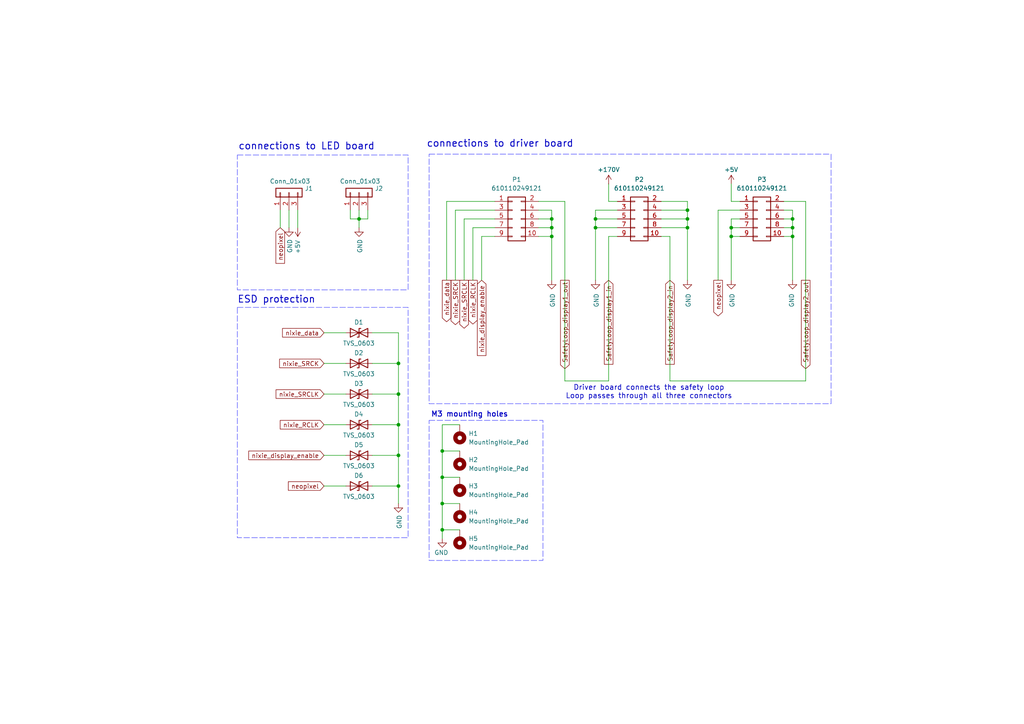
<source format=kicad_sch>
(kicad_sch (version 20250114) (generator "eeschema") (generator_version "9.0")
  (paper "A4")
  (title_block (title "Connectors") (date "2025-10-04") (rev "1") (company "Kadin Whiting"))
  (lib_symbols
    (symbol "Conn_01x03_1" (pin_names (offset 1.016) (hide yes))
      (property "Reference" "P1" (at 1.2122 -4.572 90))
      (property "Value" "Conn_01x03" (at 3.302 5.588 90))
      (symbol "Conn_01x03_1_1_1"
        (rectangle (start -1.27 3.81) (end 1.27 -3.81) (stroke (width 0.254)))
        (rectangle (start -1.27 2.667) (end 0 2.413) (stroke (width 0.1524)))
        (rectangle (start -1.27 0.127) (end 0 -0.127) (stroke (width 0.1524)))
        (rectangle (start -1.27 -2.413) (end 0 -2.667) (stroke (width 0.1524)))
        (pin passive line (at -5.08 2.54 0) (length 3.81) (name "Pin_1") (number "1"))
        (pin passive line (at -5.08 0 0) (length 3.81) (name "Pin_2") (number "2"))
        (pin passive line (at -5.08 -2.54 0) (length 3.81) (name "Pin_3") (number "3"))
      )
    )
    (symbol "Conn_02x05_Odd_Even_1" (pin_names (offset 1.016) (hide yes))
      (property "Reference" "J1" (at 1.27 11.43 0))
      (property "Value" "61301021021" (at 1.27 8.89 0))
      (symbol "Conn_02x05_Odd_Even_1_1_1"
        (rectangle (start -1.27 6.35) (end 3.81 -6.35) (stroke (width 0.254)))
        (rectangle (start -1.27 5.207) (end 0 4.953) (stroke (width 0.1524)))
        (rectangle (start -1.27 2.667) (end 0 2.413) (stroke (width 0.1524)))
        (rectangle (start -1.27 0.127) (end 0 -0.127) (stroke (width 0.1524)))
        (rectangle (start -1.27 -2.413) (end 0 -2.667) (stroke (width 0.1524)))
        (rectangle (start -1.27 -4.953) (end 0 -5.207) (stroke (width 0.1524)))
        (rectangle (start 3.81 5.207) (end 2.54 4.953) (stroke (width 0.1524)))
        (rectangle (start 3.81 2.667) (end 2.54 2.413) (stroke (width 0.1524)))
        (rectangle (start 3.81 0.127) (end 2.54 -0.127) (stroke (width 0.1524)))
        (rectangle (start 3.81 -2.413) (end 2.54 -2.667) (stroke (width 0.1524)))
        (rectangle (start 3.81 -4.953) (end 2.54 -5.207) (stroke (width 0.1524)))
        (pin passive line (at -5.08 5.08 0) (length 3.81) (name "Pin_1") (number "1"))
        (pin passive line (at -5.08 2.54 0) (length 3.81) (name "Pin_3") (number "3"))
        (pin passive line (at -5.08 0 0) (length 3.81) (name "Pin_5") (number "5"))
        (pin passive line (at -5.08 -2.54 0) (length 3.81) (name "Pin_7") (number "7"))
        (pin passive line (at -5.08 -5.08 0) (length 3.81) (name "Pin_9") (number "9"))
        (pin passive line (at 7.62 5.08 180) (length 3.81) (name "Pin_2") (number "2"))
        (pin passive line (at 7.62 2.54 180) (length 3.81) (name "Pin_4") (number "4"))
        (pin passive line (at 7.62 0 180) (length 3.81) (name "Pin_6") (number "6"))
        (pin passive line (at 7.62 -2.54 180) (length 3.81) (name "Pin_8") (number "8"))
        (pin passive line (at 7.62 -5.08 180) (length 3.81) (name "Pin_10") (number "10"))
      )
    )
    (symbol "Conn_02x05_Odd_Even_2" (pin_names (offset 1.016) (hide yes))
      (property "Reference" "J2" (at 1.27 11.43 0))
      (property "Value" "61301021021" (at 1.27 8.89 0))
      (symbol "Conn_02x05_Odd_Even_2_1_1"
        (rectangle (start -1.27 6.35) (end 3.81 -6.35) (stroke (width 0.254)))
        (rectangle (start -1.27 5.207) (end 0 4.953) (stroke (width 0.1524)))
        (rectangle (start -1.27 2.667) (end 0 2.413) (stroke (width 0.1524)))
        (rectangle (start -1.27 0.127) (end 0 -0.127) (stroke (width 0.1524)))
        (rectangle (start -1.27 -2.413) (end 0 -2.667) (stroke (width 0.1524)))
        (rectangle (start -1.27 -4.953) (end 0 -5.207) (stroke (width 0.1524)))
        (rectangle (start 3.81 5.207) (end 2.54 4.953) (stroke (width 0.1524)))
        (rectangle (start 3.81 2.667) (end 2.54 2.413) (stroke (width 0.1524)))
        (rectangle (start 3.81 0.127) (end 2.54 -0.127) (stroke (width 0.1524)))
        (rectangle (start 3.81 -2.413) (end 2.54 -2.667) (stroke (width 0.1524)))
        (rectangle (start 3.81 -4.953) (end 2.54 -5.207) (stroke (width 0.1524)))
        (pin passive line (at -5.08 5.08 0) (length 3.81) (name "Pin_1") (number "1"))
        (pin passive line (at -5.08 2.54 0) (length 3.81) (name "Pin_3") (number "3"))
        (pin passive line (at -5.08 0 0) (length 3.81) (name "Pin_5") (number "5"))
        (pin passive line (at -5.08 -2.54 0) (length 3.81) (name "Pin_7") (number "7"))
        (pin passive line (at -5.08 -5.08 0) (length 3.81) (name "Pin_9") (number "9"))
        (pin passive line (at 7.62 5.08 180) (length 3.81) (name "Pin_2") (number "2"))
        (pin passive line (at 7.62 2.54 180) (length 3.81) (name "Pin_4") (number "4"))
        (pin passive line (at 7.62 0 180) (length 3.81) (name "Pin_6") (number "6"))
        (pin passive line (at 7.62 -2.54 180) (length 3.81) (name "Pin_8") (number "8"))
        (pin passive line (at 7.62 -5.08 180) (length 3.81) (name "Pin_10") (number "10"))
      )
    )
    (symbol "Connector_Generic:Conn_01x03" (pin_names (offset 1.016) (hide yes))
      (property "Reference" "P2" (at 1.2122 -4.572 90))
      (property "Value" "Conn_01x03" (at 3.302 5.588 90))
      (symbol "Conn_01x03_1_1"
        (rectangle (start -1.27 3.81) (end 1.27 -3.81) (stroke (width 0.254)))
        (rectangle (start -1.27 2.667) (end 0 2.413) (stroke (width 0.1524)))
        (rectangle (start -1.27 0.127) (end 0 -0.127) (stroke (width 0.1524)))
        (rectangle (start -1.27 -2.413) (end 0 -2.667) (stroke (width 0.1524)))
        (pin passive line (at -5.08 2.54 0) (length 3.81) (name "Pin_1") (number "1"))
        (pin passive line (at -5.08 0 0) (length 3.81) (name "Pin_2") (number "2"))
        (pin passive line (at -5.08 -2.54 0) (length 3.81) (name "Pin_3") (number "3"))
      )
    )
    (symbol "Connector_Generic:Conn_02x05_Odd_Even" (pin_names (offset 1.016) (hide yes))
      (property "Reference" "J3" (at 1.27 11.43 0))
      (property "Value" "61301021021" (at 1.27 8.89 0))
      (symbol "Conn_02x05_Odd_Even_1_1"
        (rectangle (start -1.27 6.35) (end 3.81 -6.35) (stroke (width 0.254)))
        (rectangle (start -1.27 5.207) (end 0 4.953) (stroke (width 0.1524)))
        (rectangle (start -1.27 2.667) (end 0 2.413) (stroke (width 0.1524)))
        (rectangle (start -1.27 0.127) (end 0 -0.127) (stroke (width 0.1524)))
        (rectangle (start -1.27 -2.413) (end 0 -2.667) (stroke (width 0.1524)))
        (rectangle (start -1.27 -4.953) (end 0 -5.207) (stroke (width 0.1524)))
        (rectangle (start 3.81 5.207) (end 2.54 4.953) (stroke (width 0.1524)))
        (rectangle (start 3.81 2.667) (end 2.54 2.413) (stroke (width 0.1524)))
        (rectangle (start 3.81 0.127) (end 2.54 -0.127) (stroke (width 0.1524)))
        (rectangle (start 3.81 -2.413) (end 2.54 -2.667) (stroke (width 0.1524)))
        (rectangle (start 3.81 -4.953) (end 2.54 -5.207) (stroke (width 0.1524)))
        (pin passive line (at -5.08 5.08 0) (length 3.81) (name "Pin_1") (number "1"))
        (pin passive line (at -5.08 2.54 0) (length 3.81) (name "Pin_3") (number "3"))
        (pin passive line (at -5.08 0 0) (length 3.81) (name "Pin_5") (number "5"))
        (pin passive line (at -5.08 -2.54 0) (length 3.81) (name "Pin_7") (number "7"))
        (pin passive line (at -5.08 -5.08 0) (length 3.81) (name "Pin_9") (number "9"))
        (pin passive line (at 7.62 5.08 180) (length 3.81) (name "Pin_2") (number "2"))
        (pin passive line (at 7.62 2.54 180) (length 3.81) (name "Pin_4") (number "4"))
        (pin passive line (at 7.62 0 180) (length 3.81) (name "Pin_6") (number "6"))
        (pin passive line (at 7.62 -2.54 180) (length 3.81) (name "Pin_8") (number "8"))
        (pin passive line (at 7.62 -5.08 180) (length 3.81) (name "Pin_10") (number "10"))
      )
    )
    (symbol "HDD_CLK_V6.0:CG0603MLC-05LE" (pin_numbers (hide yes)) (pin_names (offset 1.016) (hide yes))
      (property "Reference" "D11" (at 3.048 1.27 0))
      (property "Value" "CG0603MLC-05LE" (at -3.048 4.572 0))
      (symbol "CG0603MLC-05LE_0_1"
        (polyline (pts (xy -2.54 1.27) (xy -2.54 -1.27) (xy 2.54 1.27) (xy 2.54 -1.27) (xy -2.54 1.27)) (stroke (width 0.254)))
        (polyline (pts (xy 0.508 1.27) (xy 0 1.27) (xy 0 -1.27) (xy -0.508 -1.27)) (stroke (width 0.254)))
        (polyline (pts (xy 1.27 0) (xy -1.27 0)))
      )
      (symbol "CG0603MLC-05LE_1_1"
        (pin passive line (at -3.81 0 0) (length 2.54) (name "A1") (number "1"))
        (pin passive line (at 3.81 0 180) (length 2.54) (name "A2") (number "2"))
      )
    )
    (symbol "Mechanical:MountingHole_Pad" (pin_numbers (hide yes)) (pin_names (offset 1.016) (hide yes)) (in_bom no)
      (property "Reference" "H" (at 0 6.35 0))
      (property "Value" "MountingHole_Pad" (at 0 4.445 0))
      (symbol "MountingHole_Pad_0_1"
        (circle (center 0 1.27) (radius 1.27) (stroke (width 1.27)))
      )
      (symbol "MountingHole_Pad_1_1"
        (pin input line (at 0 -2.54 90) (length 2.54) (name "1") (number "1"))
      )
    )
    (symbol "power:+48V" (power) (pin_numbers (hide yes)) (pin_names (offset 0) (hide yes))
      (property "Value" "+48V" (at 0 3.556 0))
      (symbol "+48V_0_1"
        (polyline (pts (xy -0.762 1.27) (xy 0 2.54)))
        (polyline (pts (xy 0 2.54) (xy 0.762 1.27)))
        (polyline (pts (xy 0 0) (xy 0 2.54)))
      )
      (symbol "+48V_1_1"
        (pin power_in line (at 0 0 90) (length 0) (name "~") (number "1"))
      )
    )
    (symbol "power:+5V" (power) (pin_names (offset 0))
      (property "Value" "+5V" (at 0 3.556 0))
      (symbol "+5V_0_1"
        (polyline (pts (xy -0.762 1.27) (xy 0 2.54)))
        (polyline (pts (xy 0 2.54) (xy 0.762 1.27)))
        (polyline (pts (xy 0 0) (xy 0 2.54)))
      )
      (symbol "+5V_1_1"
        (pin power_in line (at 0 0 90) (length 0) (hide yes) (name "+5V") (number "1"))
      )
    )
    (symbol "power:GND" (power) (pin_names (offset 0))
      (property "Value" "GND" (at 0 -3.81 0))
      (symbol "GND_0_1"
        (polyline (pts (xy 0 0) (xy 0 -1.27) (xy 1.27 -1.27) (xy 0 -2.54) (xy -1.27 -1.27) (xy 0 -1.27)))
      )
      (symbol "GND_1_1"
        (pin power_in line (at 0 0 270) (length 0) (hide yes) (name "GND") (number "1"))
      )
    )
  )
  (rectangle (start 68.834 89.154) (end 118.364 155.956) (stroke (width 0) (type dash) (color 72 73 255 1)))
  (rectangle (start 68.834 44.958) (end 118.364 84.074) (stroke (width 0) (type dash) (color 72 73 255 1)))
  (rectangle (start 124.46 121.92) (end 157.48 162.56) (stroke (width 0) (type dash) (color 72 73 255 1)))
  (rectangle (start 124.46 44.704) (end 241.046 117.094) (stroke (width 0) (type dash) (color 72 73 255 1)))
  (text "Driver board connects the safety loop\nLoop passes through all three connectors" (at 188.214 115.824 0) (effects (font (size 1.5 1.5) (thickness 0.1875)) (justify bottom)))
  (text "connections to driver board" (at 123.698 42.926 0) (effects (font (size 2 2) (thickness 0.25)) (justify left bottom)))
  (text "connections to LED board" (at 69.088 43.688 0) (effects (font (size 2 2) (thickness 0.25)) (justify left bottom)))
  (text "ESD protection" (at 68.834 88.138 0) (effects (font (size 2 2) (thickness 0.25)) (justify left bottom)))
  (text "M3 mounting holes" (at 124.968 121.158 0) (effects (font (size 1.524 1.524) (thickness 0.25)) (justify left bottom)))
  (junction (at 199.39 66.04))
  (junction (at 115.57 123.19))
  (junction (at 104.14 63.5))
  (junction (at 229.87 66.04))
  (junction (at 172.72 66.04))
  (junction (at 160.02 68.58))
  (junction (at 212.09 68.58))
  (junction (at 229.87 68.58))
  (junction (at 172.72 63.5))
  (junction (at 128.27 130.81))
  (junction (at 212.09 66.04))
  (junction (at 128.27 146.05))
  (junction (at 128.27 138.43))
  (junction (at 199.39 63.5))
  (junction (at 128.27 153.67))
  (junction (at 160.02 63.5))
  (junction (at 115.57 105.41))
  (junction (at 115.57 132.08))
  (junction (at 229.87 63.5))
  (junction (at 199.39 60.96))
  (junction (at 115.57 140.97))
  (junction (at 115.57 114.3))
  (junction (at 160.02 66.04))
  (wire (pts (xy 86.36 60.96) (xy 86.36 66.04)))
  (wire (pts (xy 107.95 114.3) (xy 115.57 114.3)))
  (wire (pts (xy 115.57 132.08) (xy 115.57 140.97)))
  (wire (pts (xy 128.27 138.43) (xy 128.27 146.05)))
  (wire (pts (xy 101.6 60.96) (xy 101.6 63.5)))
  (wire (pts (xy 214.63 60.96) (xy 208.28 60.96)))
  (wire (pts (xy 93.98 96.52) (xy 100.33 96.52)))
  (wire (pts (xy 233.68 58.42) (xy 233.68 110.49)))
  (wire (pts (xy 133.35 123.19) (xy 128.27 123.19)))
  (wire (pts (xy 172.72 63.5) (xy 172.72 60.96)))
  (wire (pts (xy 199.39 81.28) (xy 199.39 66.04)))
  (wire (pts (xy 83.82 60.96) (xy 83.82 66.04)))
  (wire (pts (xy 133.35 146.05) (xy 128.27 146.05)))
  (wire (pts (xy 214.63 58.42) (xy 212.09 58.42)))
  (wire (pts (xy 227.33 60.96) (xy 229.87 60.96)))
  (wire (pts (xy 191.77 63.5) (xy 199.39 63.5)))
  (wire (pts (xy 212.09 58.42) (xy 212.09 53.34)))
  (wire (pts (xy 143.51 68.58) (xy 139.7 68.58)))
  (wire (pts (xy 133.35 138.43) (xy 128.27 138.43)))
  (wire (pts (xy 194.31 68.58) (xy 194.31 110.49)))
  (wire (pts (xy 176.53 110.49) (xy 163.83 110.49)))
  (wire (pts (xy 199.39 60.96) (xy 191.77 60.96)))
  (wire (pts (xy 134.62 81.28) (xy 134.62 63.5)))
  (wire (pts (xy 93.98 114.3) (xy 100.33 114.3)))
  (wire (pts (xy 156.21 60.96) (xy 160.02 60.96)))
  (wire (pts (xy 176.53 68.58) (xy 179.07 68.58)))
  (wire (pts (xy 137.16 66.04) (xy 143.51 66.04)))
  (wire (pts (xy 172.72 81.28) (xy 172.72 66.04)))
  (wire (pts (xy 101.6 63.5) (xy 104.14 63.5)))
  (wire (pts (xy 212.09 68.58) (xy 214.63 68.58)))
  (wire (pts (xy 156.21 63.5) (xy 160.02 63.5)))
  (wire (pts (xy 227.33 66.04) (xy 229.87 66.04)))
  (wire (pts (xy 133.35 130.81) (xy 128.27 130.81)))
  (wire (pts (xy 104.14 60.96) (xy 104.14 63.5)))
  (wire (pts (xy 104.14 63.5) (xy 104.14 66.04)))
  (wire (pts (xy 132.08 60.96) (xy 143.51 60.96)))
  (wire (pts (xy 172.72 66.04) (xy 179.07 66.04)))
  (wire (pts (xy 129.54 58.42) (xy 129.54 81.28)))
  (wire (pts (xy 93.98 140.97) (xy 100.33 140.97)))
  (wire (pts (xy 107.95 96.52) (xy 115.57 96.52)))
  (wire (pts (xy 172.72 66.04) (xy 172.72 63.5)))
  (wire (pts (xy 115.57 114.3) (xy 115.57 123.19)))
  (wire (pts (xy 160.02 68.58) (xy 160.02 81.28)))
  (wire (pts (xy 81.28 60.96) (xy 81.28 66.04)))
  (wire (pts (xy 160.02 60.96) (xy 160.02 63.5)))
  (wire (pts (xy 139.7 68.58) (xy 139.7 81.28)))
  (wire (pts (xy 115.57 123.19) (xy 115.57 132.08)))
  (wire (pts (xy 212.09 68.58) (xy 212.09 81.28)))
  (wire (pts (xy 176.53 58.42) (xy 176.53 53.34)))
  (wire (pts (xy 156.21 58.42) (xy 163.83 58.42)))
  (wire (pts (xy 191.77 66.04) (xy 199.39 66.04)))
  (wire (pts (xy 172.72 60.96) (xy 179.07 60.96)))
  (wire (pts (xy 176.53 68.58) (xy 176.53 110.49)))
  (wire (pts (xy 128.27 123.19) (xy 128.27 130.81)))
  (wire (pts (xy 229.87 68.58) (xy 227.33 68.58)))
  (wire (pts (xy 115.57 140.97) (xy 115.57 146.05)))
  (wire (pts (xy 208.28 60.96) (xy 208.28 81.28)))
  (wire (pts (xy 212.09 63.5) (xy 212.09 66.04)))
  (wire (pts (xy 107.95 132.08) (xy 115.57 132.08)))
  (wire (pts (xy 214.63 63.5) (xy 212.09 63.5)))
  (wire (pts (xy 106.68 63.5) (xy 104.14 63.5)))
  (wire (pts (xy 191.77 58.42) (xy 199.39 58.42)))
  (wire (pts (xy 115.57 96.52) (xy 115.57 105.41)))
  (wire (pts (xy 137.16 81.28) (xy 137.16 66.04)))
  (wire (pts (xy 212.09 66.04) (xy 214.63 66.04)))
  (wire (pts (xy 107.95 123.19) (xy 115.57 123.19)))
  (wire (pts (xy 133.35 153.67) (xy 128.27 153.67)))
  (wire (pts (xy 134.62 63.5) (xy 143.51 63.5)))
  (wire (pts (xy 156.21 66.04) (xy 160.02 66.04)))
  (wire (pts (xy 128.27 130.81) (xy 128.27 138.43)))
  (wire (pts (xy 179.07 58.42) (xy 176.53 58.42)))
  (wire (pts (xy 233.68 58.42) (xy 227.33 58.42)))
  (wire (pts (xy 229.87 63.5) (xy 229.87 66.04)))
  (wire (pts (xy 229.87 66.04) (xy 229.87 68.58)))
  (wire (pts (xy 160.02 66.04) (xy 160.02 68.58)))
  (wire (pts (xy 160.02 63.5) (xy 160.02 66.04)))
  (wire (pts (xy 172.72 63.5) (xy 179.07 63.5)))
  (wire (pts (xy 143.51 58.42) (xy 129.54 58.42)))
  (wire (pts (xy 106.68 60.96) (xy 106.68 63.5)))
  (wire (pts (xy 156.21 68.58) (xy 160.02 68.58)))
  (wire (pts (xy 199.39 66.04) (xy 199.39 63.5)))
  (wire (pts (xy 163.83 58.42) (xy 163.83 110.49)))
  (wire (pts (xy 212.09 66.04) (xy 212.09 68.58)))
  (wire (pts (xy 128.27 146.05) (xy 128.27 153.67)))
  (wire (pts (xy 199.39 63.5) (xy 199.39 60.96)))
  (wire (pts (xy 93.98 132.08) (xy 100.33 132.08)))
  (wire (pts (xy 191.77 68.58) (xy 194.31 68.58)))
  (wire (pts (xy 229.87 60.96) (xy 229.87 63.5)))
  (wire (pts (xy 128.27 156.21) (xy 128.27 153.67)))
  (wire (pts (xy 194.31 110.49) (xy 233.68 110.49)))
  (wire (pts (xy 93.98 105.41) (xy 100.33 105.41)))
  (wire (pts (xy 227.33 63.5) (xy 229.87 63.5)))
  (wire (pts (xy 229.87 68.58) (xy 229.87 81.28)))
  (wire (pts (xy 199.39 58.42) (xy 199.39 60.96)))
  (wire (pts (xy 107.95 140.97) (xy 115.57 140.97)))
  (wire (pts (xy 132.08 81.28) (xy 132.08 60.96)))
  (wire (pts (xy 93.98 123.19) (xy 100.33 123.19)))
  (wire (pts (xy 115.57 105.41) (xy 115.57 114.3)))
  (wire (pts (xy 107.95 105.41) (xy 115.57 105.41)))
  (global_label "SafetyLoop_display2_out" (shape output) (at 233.68 81.28 270) (property "Intersheetrefs" "${INTERSHEET_REFS}" (effects (hide yes))))
  (global_label "neopixel" (shape input) (at 81.28 66.04 270) (property "Intersheetrefs" "${INTERSHEET_REFS}" (effects (hide yes))))
  (global_label "nixie_RCLK" (shape input) (at 93.98 123.19 180) (property "Intersheetrefs" "${INTERSHEET_REFS}" (effects (hide yes))))
  (global_label "nixie_display_enable" (shape input) (at 139.7 81.28 270) (property "Intersheetrefs" "${INTERSHEET_REFS}" (effects (hide yes))))
  (global_label "nixie_display_enable" (shape input) (at 93.98 132.08 180) (property "Intersheetrefs" "${INTERSHEET_REFS}" (effects (hide yes))))
  (global_label "nixie_data" (shape input) (at 93.98 96.52 180) (property "Intersheetrefs" "${INTERSHEET_REFS}" (effects (hide yes))))
  (global_label "nixie_RCLK" (shape output) (at 137.16 81.28 270) (property "Intersheetrefs" "${INTERSHEET_REFS}" (effects (hide yes))))
  (global_label "nixie_SRCK" (shape input) (at 93.98 105.41 180) (property "Intersheetrefs" "${INTERSHEET_REFS}" (effects (hide yes))))
  (global_label "neopixel" (shape input) (at 93.98 140.97 180) (property "Intersheetrefs" "${INTERSHEET_REFS}" (effects (hide yes))))
  (global_label "SafetyLoop_display1_in" (shape input) (at 176.53 81.28 270) (property "Intersheetrefs" "${INTERSHEET_REFS}" (effects (hide yes))))
  (global_label "neopixel" (shape output) (at 208.28 81.28 270) (property "Intersheetrefs" "${INTERSHEET_REFS}" (effects (hide yes))))
  (global_label "nixie_SRCLK" (shape output) (at 134.62 81.28 270) (property "Intersheetrefs" "${INTERSHEET_REFS}" (effects (hide yes))))
  (global_label "nixie_data" (shape output) (at 129.54 81.28 270) (property "Intersheetrefs" "${INTERSHEET_REFS}" (effects (hide yes))))
  (global_label "nixie_SRCK" (shape output) (at 132.08 81.28 270) (property "Intersheetrefs" "${INTERSHEET_REFS}" (effects (hide yes))))
  (global_label "SafetyLoop_display1_out" (shape output) (at 163.83 81.28 270) (property "Intersheetrefs" "${INTERSHEET_REFS}" (effects (hide yes))))
  (global_label "SafetyLoop_display2_in" (shape input) (at 194.31 81.28 270) (property "Intersheetrefs" "${INTERSHEET_REFS}" (effects (hide yes))))
  (global_label "nixie_SRCLK" (shape input) (at 93.98 114.3 180) (property "Intersheetrefs" "${INTERSHEET_REFS}" (effects (hide yes))))
  (symbol (lib_id "power:GND") (at 128.27 156.21 0) (mirror y) (unit 1)
    (property "Reference" "#PWR08" (effects (hide yes)))
    (property "Value" "GND" (at 130.048 160.274 0) (effects (justify left)))
  )
  (symbol (lib_name "Conn_01x03_1") (lib_id "Connector_Generic:Conn_01x03") (at 83.82 55.88 90) (unit 1)
    (property "Reference" "J1" (at 88.392 54.6678 90) (effects (justify right)))
    (property "Value" "Conn_01x03" (at 78.232 52.578 90) (effects (justify right)))
    (property "Footprint" "Connector_PinSocket_2.54mm:PinSocket_1x03_P2.54mm_Vertical" (effects (hide yes)))
    (property "Description" "Generic connector, single row, 01x03, script generated (kicad-library-utils/schlib/autogen/connector/)" (effects (hide yes)))
  )
  (symbol (lib_id "power:GND") (at 212.09 81.28 0) (unit 1)
    (property "Reference" "#PWR0148" (effects (hide yes)))
    (property "Value" "GND" (at 212.344 87.122 90))
  )
  (symbol (lib_id "power:+5V") (at 86.36 66.04 180) (unit 1)
    (property "Reference" "#PWR0141" (effects (hide yes)))
    (property "Value" "+5V" (at 86.36 71.628 90))
    (property "Description" "Power symbol creates a global label with name \"+5V\"" (effects (hide yes)))
  )
  (symbol (lib_id "power:GND") (at 104.14 66.04 0) (unit 1)
    (property "Reference" "#PWR09" (effects (hide yes)))
    (property "Value" "GND" (at 104.394 71.374 90))
  )
  (symbol (lib_id "Connector_Generic:Conn_02x05_Odd_Even") (at 219.71 63.5 0) (unit 1)
    (property "Reference" "P3" (at 220.98 52.07 0))
    (property "Value" "610110249121" (at 220.98 54.61 0))
    (property "Footprint" "Footprint drive Dump 1:610110249121" (effects (hide yes)))
    (property "Description" "Generic connector, double row, 02x05, odd/even pin numbering scheme (row 1 odd numbers, row 2 even numbers), script generated (kicad-library-utils/schlib/autogen/connector/)" (effects (hide yes)))
  )
  (symbol (lib_id "power:+5V") (at 212.09 53.34 0) (unit 1)
    (property "Reference" "#PWR0149" (effects (hide yes)))
    (property "Value" "+5V" (at 212.09 49.2069 0))
    (property "Description" "Power symbol creates a global label with name \"+5V\"" (effects (hide yes)))
  )
  (symbol (lib_id "HDD_CLK_V6.0:CG0603MLC-05LE") (at 104.14 123.19 0) (unit 1) (exclude_from_sim yes)
    (property "Reference" "D4" (at 105.41 120.142 0) (effects (justify right)))
    (property "Value" "TVS_0603" (at 108.712 126.238 0) (effects (justify right)))
    (property "Footprint" "Resistor_SMD:R_0603_1608Metric" (effects (hide yes)))
  )
  (symbol (lib_id "HDD_CLK_V6.0:CG0603MLC-05LE") (at 104.14 140.97 0) (unit 1) (exclude_from_sim yes)
    (property "Reference" "D6" (at 105.41 137.922 0) (effects (justify right)))
    (property "Value" "TVS_0603" (at 108.712 144.018 0) (effects (justify right)))
    (property "Footprint" "Resistor_SMD:R_0603_1608Metric" (effects (hide yes)))
  )
  (symbol (lib_id "power:GND") (at 160.02 81.28 0) (unit 1)
    (property "Reference" "#PWR0143" (effects (hide yes)))
    (property "Value" "GND" (at 160.274 87.122 90))
  )
  (symbol (lib_id "HDD_CLK_V6.0:CG0603MLC-05LE") (at 104.14 132.08 0) (unit 1) (exclude_from_sim yes)
    (property "Reference" "D5" (at 105.41 129.032 0) (effects (justify right)))
    (property "Value" "TVS_0603" (at 108.712 135.128 0) (effects (justify right)))
    (property "Footprint" "Resistor_SMD:R_0603_1608Metric" (effects (hide yes)))
  )
  (symbol (lib_id "HDD_CLK_V6.0:CG0603MLC-05LE") (at 104.14 114.3 0) (unit 1) (exclude_from_sim yes)
    (property "Reference" "D3" (at 105.41 111.252 0) (effects (justify right)))
    (property "Value" "TVS_0603" (at 108.712 117.348 0) (effects (justify right)))
    (property "Footprint" "Resistor_SMD:R_0603_1608Metric" (effects (hide yes)))
  )
  (symbol (lib_id "HDD_CLK_V6.0:CG0603MLC-05LE") (at 104.14 96.52 0) (unit 1) (exclude_from_sim yes)
    (property "Reference" "D1" (at 105.41 93.472 0) (effects (justify right)))
    (property "Value" "TVS_0603" (at 108.712 99.568 0) (effects (justify right)))
    (property "Footprint" "Resistor_SMD:R_0603_1608Metric" (effects (hide yes)))
  )
  (symbol (lib_name "Conn_02x05_Odd_Even_1") (lib_id "Connector_Generic:Conn_02x05_Odd_Even") (at 148.59 63.5 0) (unit 1)
    (property "Reference" "P1" (at 149.86 52.07 0))
    (property "Value" "610110249121" (at 149.86 54.61 0))
    (property "Footprint" "Footprint drive Dump 1:610110249121" (effects (hide yes)))
    (property "Description" "Generic connector, double row, 02x05, odd/even pin numbering scheme (row 1 odd numbers, row 2 even numbers), script generated (kicad-library-utils/schlib/autogen/connector/)" (effects (hide yes)))
  )
  (symbol (lib_id "Connector_Generic:Conn_01x03") (at 104.14 55.88 90) (unit 1)
    (property "Reference" "J2" (at 108.712 54.6678 90) (effects (justify right)))
    (property "Value" "Conn_01x03" (at 98.552 52.578 90) (effects (justify right)))
    (property "Footprint" "Connector_PinSocket_2.54mm:PinSocket_1x03_P2.54mm_Vertical" (effects (hide yes)))
    (property "Description" "Generic connector, single row, 01x03, script generated (kicad-library-utils/schlib/autogen/connector/)" (effects (hide yes)))
  )
  (symbol (lib_id "HDD_CLK_V6.0:CG0603MLC-05LE") (at 104.14 105.41 0) (unit 1) (exclude_from_sim yes)
    (property "Reference" "D2" (at 105.41 102.362 0) (effects (justify right)))
    (property "Value" "TVS_0603" (at 108.712 108.458 0) (effects (justify right)))
    (property "Footprint" "Resistor_SMD:R_0603_1608Metric" (effects (hide yes)))
  )
  (symbol (lib_id "Mechanical:MountingHole_Pad") (at 133.35 125.73 180) (unit 1) (in_bom no)
    (property "Reference" "H1" (at 135.89 125.7299 0) (effects (justify right)))
    (property "Value" "MountingHole_Pad" (at 135.89 128.2699 0) (effects (justify right)))
    (property "Footprint" "Footprint drive Dump 1:M3 Standoff Footprint" (effects (hide yes)))
    (property "Description" "Mounting Hole with connection" (effects (hide yes)))
  )
  (symbol (lib_id "Mechanical:MountingHole_Pad") (at 133.35 148.59 180) (unit 1) (in_bom no)
    (property "Reference" "H4" (at 135.89 148.5899 0) (effects (justify right)))
    (property "Value" "MountingHole_Pad" (at 135.89 151.1299 0) (effects (justify right)))
    (property "Footprint" "Footprint drive Dump 1:M3 Standoff Footprint" (effects (hide yes)))
    (property "Description" "Mounting Hole with connection" (effects (hide yes)))
  )
  (symbol (lib_id "power:GND") (at 115.57 146.05 0) (unit 1)
    (property "Reference" "#PWR0150" (effects (hide yes)))
    (property "Value" "GND" (at 115.824 151.384 90))
  )
  (symbol (lib_id "power:+48V") (at 176.53 53.34 0) (unit 1)
    (property "Reference" "#PWR0145" (effects (hide yes)))
    (property "Value" "+170V" (at 176.53 49.2069 0))
  )
  (symbol (lib_id "power:GND") (at 229.87 81.28 0) (mirror y) (unit 1)
    (property "Reference" "#PWR0146" (effects (hide yes)))
    (property "Value" "GND" (at 229.616 87.122 90))
  )
  (symbol (lib_id "Mechanical:MountingHole_Pad") (at 133.35 140.97 180) (unit 1) (in_bom no)
    (property "Reference" "H3" (at 135.89 140.9699 0) (effects (justify right)))
    (property "Value" "MountingHole_Pad" (at 135.89 143.5099 0) (effects (justify right)))
    (property "Footprint" "Footprint drive Dump 1:M3 Standoff Footprint" (effects (hide yes)))
    (property "Description" "Mounting Hole with connection" (effects (hide yes)))
  )
  (symbol (lib_id "Mechanical:MountingHole_Pad") (at 133.35 133.35 180) (unit 1) (in_bom no)
    (property "Reference" "H2" (at 135.89 133.3499 0) (effects (justify right)))
    (property "Value" "MountingHole_Pad" (at 135.89 135.8899 0) (effects (justify right)))
    (property "Footprint" "Footprint drive Dump 1:M3 Standoff Footprint" (effects (hide yes)))
    (property "Description" "Mounting Hole with connection" (effects (hide yes)))
  )
  (symbol (lib_id "power:GND") (at 172.72 81.28 0) (unit 1)
    (property "Reference" "#PWR0144" (effects (hide yes)))
    (property "Value" "GND" (at 172.974 87.122 90))
  )
  (symbol (lib_id "power:GND") (at 83.82 66.04 0) (unit 1)
    (property "Reference" "#PWR0142" (effects (hide yes)))
    (property "Value" "GND" (at 84.074 71.374 90))
  )
  (symbol (lib_id "Mechanical:MountingHole_Pad") (at 133.35 156.21 180) (unit 1) (in_bom no)
    (property "Reference" "H5" (at 135.89 156.2099 0) (effects (justify right)))
    (property "Value" "MountingHole_Pad" (at 135.89 158.7499 0) (effects (justify right)))
    (property "Footprint" "Footprint drive Dump 1:M3 Standoff Footprint" (effects (hide yes)))
    (property "Description" "Mounting Hole with connection" (effects (hide yes)))
  )
  (symbol (lib_id "power:GND") (at 199.39 81.28 0) (unit 1)
    (property "Reference" "#PWR0147" (effects (hide yes)))
    (property "Value" "GND" (at 199.644 87.122 90))
  )
  (symbol (lib_name "Conn_02x05_Odd_Even_2") (lib_id "Connector_Generic:Conn_02x05_Odd_Even") (at 184.15 63.5 0) (unit 1)
    (property "Reference" "P2" (at 185.42 52.07 0))
    (property "Value" "610110249121" (at 185.42 54.61 0))
    (property "Footprint" "Footprint drive Dump 1:610110249121" (effects (hide yes)))
    (property "Description" "Generic connector, double row, 02x05, odd/even pin numbering scheme (row 1 odd numbers, row 2 even numbers), script generated (kicad-library-utils/schlib/autogen/connector/)" (effects (hide yes)))
  )
)
</source>
